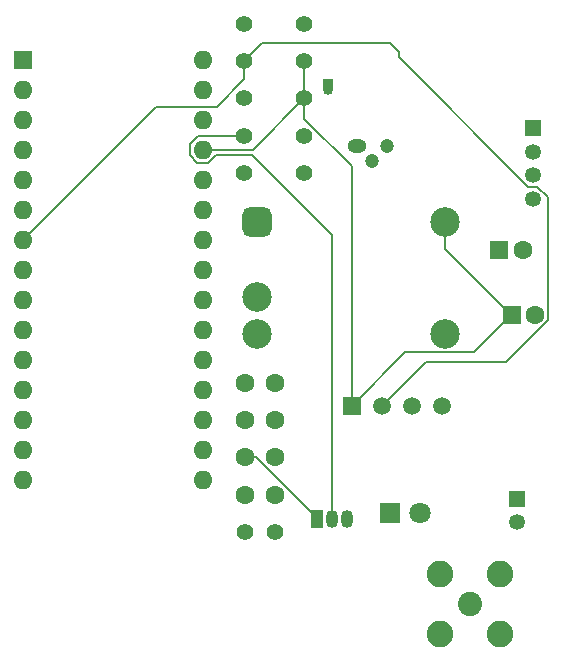
<source format=gbr>
%TF.GenerationSoftware,KiCad,Pcbnew,9.0.4*%
%TF.CreationDate,2026-01-27T05:17:12+01:00*%
%TF.ProjectId,weather station,77656174-6865-4722-9073-746174696f6e,rev?*%
%TF.SameCoordinates,Original*%
%TF.FileFunction,Copper,L2,Inr*%
%TF.FilePolarity,Positive*%
%FSLAX46Y46*%
G04 Gerber Fmt 4.6, Leading zero omitted, Abs format (unit mm)*
G04 Created by KiCad (PCBNEW 9.0.4) date 2026-01-27 05:17:12*
%MOMM*%
%LPD*%
G01*
G04 APERTURE LIST*
G04 Aperture macros list*
%AMRoundRect*
0 Rectangle with rounded corners*
0 $1 Rounding radius*
0 $2 $3 $4 $5 $6 $7 $8 $9 X,Y pos of 4 corners*
0 Add a 4 corners polygon primitive as box body*
4,1,4,$2,$3,$4,$5,$6,$7,$8,$9,$2,$3,0*
0 Add four circle primitives for the rounded corners*
1,1,$1+$1,$2,$3*
1,1,$1+$1,$4,$5*
1,1,$1+$1,$6,$7*
1,1,$1+$1,$8,$9*
0 Add four rect primitives between the rounded corners*
20,1,$1+$1,$2,$3,$4,$5,0*
20,1,$1+$1,$4,$5,$6,$7,0*
20,1,$1+$1,$6,$7,$8,$9,0*
20,1,$1+$1,$8,$9,$2,$3,0*%
G04 Aperture macros list end*
%TA.AperFunction,ComponentPad*%
%ADD10C,1.600000*%
%TD*%
%TA.AperFunction,ComponentPad*%
%ADD11C,1.400000*%
%TD*%
%TA.AperFunction,ComponentPad*%
%ADD12R,1.350000X1.350000*%
%TD*%
%TA.AperFunction,ComponentPad*%
%ADD13C,1.350000*%
%TD*%
%TA.AperFunction,ComponentPad*%
%ADD14R,1.050000X1.500000*%
%TD*%
%TA.AperFunction,ComponentPad*%
%ADD15O,1.050000X1.500000*%
%TD*%
%TA.AperFunction,ComponentPad*%
%ADD16R,1.600000X1.600000*%
%TD*%
%TA.AperFunction,ComponentPad*%
%ADD17O,1.600000X1.600000*%
%TD*%
%TA.AperFunction,ComponentPad*%
%ADD18O,1.600000X1.200000*%
%TD*%
%TA.AperFunction,ComponentPad*%
%ADD19C,1.200000*%
%TD*%
%TA.AperFunction,ComponentPad*%
%ADD20R,1.800000X1.800000*%
%TD*%
%TA.AperFunction,ComponentPad*%
%ADD21C,1.800000*%
%TD*%
%TA.AperFunction,ComponentPad*%
%ADD22R,0.850000X0.850000*%
%TD*%
%TA.AperFunction,ComponentPad*%
%ADD23C,0.850000*%
%TD*%
%TA.AperFunction,ComponentPad*%
%ADD24C,2.050000*%
%TD*%
%TA.AperFunction,ComponentPad*%
%ADD25C,2.250000*%
%TD*%
%TA.AperFunction,ComponentPad*%
%ADD26R,1.500000X1.500000*%
%TD*%
%TA.AperFunction,ComponentPad*%
%ADD27C,1.500000*%
%TD*%
%TA.AperFunction,ComponentPad*%
%ADD28RoundRect,0.625000X-0.625000X-0.625000X0.625000X-0.625000X0.625000X0.625000X-0.625000X0.625000X0*%
%TD*%
%TA.AperFunction,ComponentPad*%
%ADD29C,2.500000*%
%TD*%
%TA.AperFunction,ComponentPad*%
%ADD30RoundRect,0.250000X-0.550000X-0.550000X0.550000X-0.550000X0.550000X0.550000X-0.550000X0.550000X0*%
%TD*%
%TA.AperFunction,Conductor*%
%ADD31C,0.200000*%
%TD*%
G04 APERTURE END LIST*
D10*
%TO.N,Net-(J6-Pin_1)*%
%TO.C,C5*%
X80520000Y-62600000D03*
%TO.N,GND*%
X83020000Y-62600000D03*
%TD*%
D11*
%TO.N,A+*%
%TO.C,R7*%
X80420000Y-38500000D03*
%TO.N,B-*%
X85500000Y-38500000D03*
%TD*%
D12*
%TO.N,+12V*%
%TO.C,BT1*%
X103500000Y-66100000D03*
D13*
%TO.N,GND*%
X103500000Y-68100000D03*
%TD*%
D11*
%TO.N,Net-(D1-K)*%
%TO.C,R2*%
X80420000Y-25900000D03*
%TO.N,GND*%
X85500000Y-25900000D03*
%TD*%
D14*
%TO.N,Net-(J6-Pin_1)*%
%TO.C,Q2*%
X86580000Y-67830000D03*
D15*
%TO.N,Net-(Q2-B)*%
X87850000Y-67830000D03*
%TO.N,GND*%
X89120000Y-67830000D03*
%TD*%
D11*
%TO.N,Net-(Q1-B)*%
%TO.C,R5*%
X80420000Y-32200000D03*
%TO.N,Net-(A1-+5V)*%
X85500000Y-32200000D03*
%TD*%
D10*
%TO.N,Net-(J6-Pin_1)*%
%TO.C,C4*%
X80520000Y-59450000D03*
%TO.N,Net-(AE1-A)*%
X83020000Y-59450000D03*
%TD*%
D16*
%TO.N,unconnected-(A1-TX1-Pad1)*%
%TO.C,A1*%
X61670000Y-28910000D03*
D17*
%TO.N,unconnected-(A1-RX1-Pad2)*%
X61670000Y-31450000D03*
%TO.N,unconnected-(A1-~{RESET}-Pad3)*%
X61670000Y-33990000D03*
%TO.N,GND*%
X61670000Y-36530000D03*
%TO.N,unconnected-(A1-D2-Pad5)*%
X61670000Y-39070000D03*
%TO.N,Net-(A1-D3)*%
X61670000Y-41610000D03*
%TO.N,Net-(A1-D4)*%
X61670000Y-44150000D03*
%TO.N,unconnected-(A1-D5-Pad8)*%
X61670000Y-46690000D03*
%TO.N,unconnected-(A1-D6-Pad9)*%
X61670000Y-49230000D03*
%TO.N,unconnected-(A1-D7-Pad10)*%
X61670000Y-51770000D03*
%TO.N,Net-(A1-D8)*%
X61670000Y-54310000D03*
%TO.N,Net-(A1-D9)*%
X61670000Y-56850000D03*
%TO.N,Net-(A1-D10)*%
X61670000Y-59390000D03*
%TO.N,unconnected-(A1-MOSI-Pad14)*%
X61670000Y-61930000D03*
%TO.N,unconnected-(A1-MISO-Pad15)*%
X61670000Y-64470000D03*
%TO.N,unconnected-(A1-SCK-Pad16)*%
X76910000Y-64470000D03*
%TO.N,unconnected-(A1-3V3-Pad17)*%
X76910000Y-61930000D03*
%TO.N,unconnected-(A1-AREF-Pad18)*%
X76910000Y-59390000D03*
%TO.N,unconnected-(A1-A0-Pad19)*%
X76910000Y-56850000D03*
%TO.N,unconnected-(A1-A1-Pad20)*%
X76910000Y-54310000D03*
%TO.N,unconnected-(A1-A2-Pad21)*%
X76910000Y-51770000D03*
%TO.N,unconnected-(A1-A3-Pad22)*%
X76910000Y-49230000D03*
%TO.N,unconnected-(A1-SDA{slash}A4-Pad23)*%
X76910000Y-46690000D03*
%TO.N,unconnected-(A1-SCL{slash}A5-Pad24)*%
X76910000Y-44150000D03*
%TO.N,unconnected-(A1-A6-Pad25)*%
X76910000Y-41610000D03*
%TO.N,unconnected-(A1-A7-Pad26)*%
X76910000Y-39070000D03*
%TO.N,Net-(A1-+5V)*%
X76910000Y-36530000D03*
%TO.N,unconnected-(A1-~{RESET}-Pad28)*%
X76910000Y-33990000D03*
%TO.N,GND*%
X76910000Y-31450000D03*
%TO.N,unconnected-(A1-VIN-Pad30)*%
X76910000Y-28910000D03*
%TD*%
D18*
%TO.N,Net-(Q1-B)*%
%TO.C,Y1*%
X89960000Y-36221961D03*
D19*
%TO.N,GND*%
X91230000Y-37491961D03*
X92500000Y-36221961D03*
%TD*%
D11*
%TO.N,Net-(Q2-B)*%
%TO.C,R6*%
X80420000Y-35350000D03*
%TO.N,Net-(A1-D3)*%
X85500000Y-35350000D03*
%TD*%
%TO.N,Net-(U1-Vo_Adj)*%
%TO.C,R1*%
X80520000Y-68900000D03*
%TO.N,GND*%
X83060000Y-68900000D03*
%TD*%
%TO.N,Net-(A1-D4)*%
%TO.C,R3*%
X80420000Y-29050000D03*
%TO.N,Net-(A1-+5V)*%
X85500000Y-29050000D03*
%TD*%
D20*
%TO.N,Net-(D1-K)*%
%TO.C,D1*%
X92780000Y-67310000D03*
D21*
%TO.N,Net-(A1-D10)*%
X95320000Y-67310000D03*
%TD*%
D22*
%TO.N,Net-(J6-Pin_1)*%
%TO.C,J6*%
X87500000Y-31000000D03*
D23*
X87500000Y-31500000D03*
%TD*%
D12*
%TO.N,+12V*%
%TO.C,J4*%
X104880000Y-34700000D03*
D13*
%TO.N,GND*%
X104880000Y-36700000D03*
%TO.N,A+*%
X104880000Y-38700000D03*
%TO.N,B-*%
X104880000Y-40700000D03*
%TD*%
D24*
%TO.N,Net-(AE1-A)*%
%TO.C,AE1*%
X99500000Y-75000000D03*
D25*
%TO.N,GND*%
X96960000Y-77540000D03*
X102040000Y-77540000D03*
X96960000Y-72460000D03*
X102040000Y-72460000D03*
%TD*%
D10*
%TO.N,Net-(J6-Pin_1)*%
%TO.C,C3*%
X80520000Y-56300000D03*
X83020000Y-56300000D03*
%TD*%
D26*
%TO.N,Net-(A1-+5V)*%
%TO.C,U3*%
X89510000Y-58250000D03*
D27*
%TO.N,Net-(A1-D4)*%
X92050000Y-58250000D03*
%TO.N,GND*%
X94590000Y-58250000D03*
X97130000Y-58250000D03*
%TD*%
D28*
%TO.N,GND*%
%TO.C,U1*%
X81500000Y-42640000D03*
D29*
%TO.N,+12V*%
X81500000Y-48990000D03*
%TO.N,unconnected-(U1-~{Inhibit}-Pad3)*%
X81500000Y-52160000D03*
%TO.N,Net-(U1-Vo_Adj)*%
X97390000Y-52160000D03*
%TO.N,Net-(A1-+5V)*%
X97380000Y-42640000D03*
%TD*%
D30*
%TO.N,Net-(A1-+5V)*%
%TO.C,C2*%
X103044888Y-50500000D03*
D10*
%TO.N,GND*%
X105044888Y-50500000D03*
%TD*%
D30*
%TO.N,+12V*%
%TO.C,C1*%
X102000000Y-45000000D03*
D10*
%TO.N,GND*%
X104000000Y-45000000D03*
%TD*%
%TO.N,+12V*%
%TO.C,C6*%
X80520000Y-65750000D03*
%TO.N,GND*%
X83020000Y-65750000D03*
%TD*%
D31*
%TO.N,Net-(A1-D4)*%
X80420000Y-29050000D02*
X80420000Y-30580000D01*
X80420000Y-30580000D02*
X78111000Y-32889000D01*
X104475727Y-39676000D02*
X93500000Y-28700273D01*
X78111000Y-32889000D02*
X72931000Y-32889000D01*
X106145888Y-40585615D02*
X105236273Y-39676000D01*
X81927078Y-27542922D02*
X80420000Y-29050000D01*
X106145888Y-50956050D02*
X106145888Y-40585615D01*
X72931000Y-32889000D02*
X61670000Y-44150000D01*
X95787000Y-54513000D02*
X102588938Y-54513000D01*
X93500000Y-28305793D02*
X92737129Y-27542922D01*
X93500000Y-28700273D02*
X93500000Y-28305793D01*
X105236273Y-39676000D02*
X104475727Y-39676000D01*
X92050000Y-58250000D02*
X95787000Y-54513000D01*
X92737129Y-27542922D02*
X81927078Y-27542922D01*
X102588938Y-54513000D02*
X106145888Y-50956050D01*
%TO.N,Net-(A1-+5V)*%
X81170000Y-36530000D02*
X85500000Y-32200000D01*
X99833888Y-53711000D02*
X94049000Y-53711000D01*
X94049000Y-53711000D02*
X89510000Y-58250000D01*
X89510000Y-37944372D02*
X85500000Y-33934372D01*
X89510000Y-58250000D02*
X89510000Y-37944372D01*
X102972332Y-50572557D02*
X99833888Y-53711000D01*
X97380000Y-44980225D02*
X102972332Y-50572557D01*
X85500000Y-32200000D02*
X85500000Y-29050000D01*
X85500000Y-33934372D02*
X85500000Y-32200000D01*
X76910000Y-36530000D02*
X81170000Y-36530000D01*
X97380000Y-42640000D02*
X97380000Y-44980225D01*
%TO.N,Net-(Q2-B)*%
X75809000Y-36986050D02*
X75809000Y-36073950D01*
X76532950Y-35350000D02*
X80420000Y-35350000D01*
X77366050Y-37631000D02*
X76453950Y-37631000D01*
X78011000Y-36986050D02*
X77366050Y-37631000D01*
X81055050Y-36986050D02*
X78011000Y-36986050D01*
X76453950Y-37631000D02*
X75809000Y-36986050D01*
X87850000Y-43781000D02*
X81055050Y-36986050D01*
X75809000Y-36073950D02*
X76532950Y-35350000D01*
X87850000Y-67830000D02*
X87850000Y-43781000D01*
%TO.N,Net-(J6-Pin_1)*%
X86580000Y-67830000D02*
X86580000Y-67752950D01*
X86580000Y-67752950D02*
X81427050Y-62600000D01*
X81427050Y-62600000D02*
X80520000Y-62600000D01*
%TD*%
M02*

</source>
